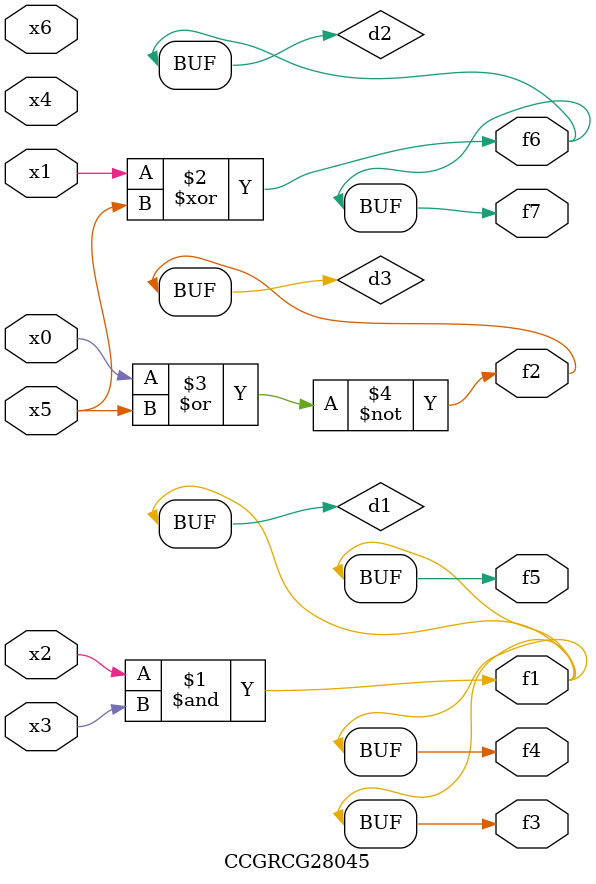
<source format=v>
module CCGRCG28045(
	input x0, x1, x2, x3, x4, x5, x6,
	output f1, f2, f3, f4, f5, f6, f7
);

	wire d1, d2, d3;

	and (d1, x2, x3);
	xor (d2, x1, x5);
	nor (d3, x0, x5);
	assign f1 = d1;
	assign f2 = d3;
	assign f3 = d1;
	assign f4 = d1;
	assign f5 = d1;
	assign f6 = d2;
	assign f7 = d2;
endmodule

</source>
